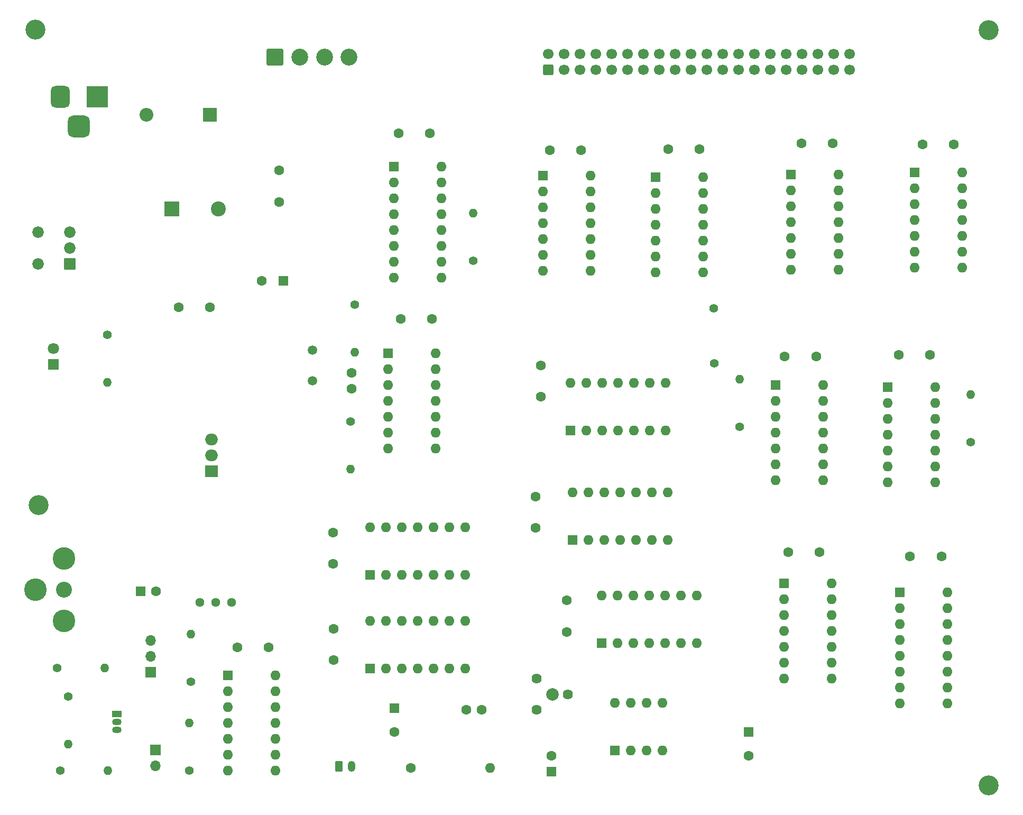
<source format=gbr>
%TF.GenerationSoftware,KiCad,Pcbnew,(6.0.5)*%
%TF.CreationDate,2025-05-16T22:36:31-04:00*%
%TF.ProjectId,full video boardREV2,66756c6c-2076-4696-9465-6f20626f6172,rev?*%
%TF.SameCoordinates,Original*%
%TF.FileFunction,Soldermask,Top*%
%TF.FilePolarity,Negative*%
%FSLAX46Y46*%
G04 Gerber Fmt 4.6, Leading zero omitted, Abs format (unit mm)*
G04 Created by KiCad (PCBNEW (6.0.5)) date 2025-05-16 22:36:31*
%MOMM*%
%LPD*%
G01*
G04 APERTURE LIST*
G04 Aperture macros list*
%AMRoundRect*
0 Rectangle with rounded corners*
0 $1 Rounding radius*
0 $2 $3 $4 $5 $6 $7 $8 $9 X,Y pos of 4 corners*
0 Add a 4 corners polygon primitive as box body*
4,1,4,$2,$3,$4,$5,$6,$7,$8,$9,$2,$3,0*
0 Add four circle primitives for the rounded corners*
1,1,$1+$1,$2,$3*
1,1,$1+$1,$4,$5*
1,1,$1+$1,$6,$7*
1,1,$1+$1,$8,$9*
0 Add four rect primitives between the rounded corners*
20,1,$1+$1,$2,$3,$4,$5,0*
20,1,$1+$1,$4,$5,$6,$7,0*
20,1,$1+$1,$6,$7,$8,$9,0*
20,1,$1+$1,$8,$9,$2,$3,0*%
G04 Aperture macros list end*
%ADD10R,1.600000X1.600000*%
%ADD11O,1.600000X1.600000*%
%ADD12C,1.600000*%
%ADD13RoundRect,0.102000X-0.817500X-0.817500X0.817500X-0.817500X0.817500X0.817500X-0.817500X0.817500X0*%
%ADD14C,1.839000*%
%ADD15C,1.400000*%
%ADD16O,1.400000X1.400000*%
%ADD17RoundRect,0.250000X0.600000X-0.600000X0.600000X0.600000X-0.600000X0.600000X-0.600000X-0.600000X0*%
%ADD18C,1.700000*%
%ADD19R,1.800000X1.800000*%
%ADD20C,1.800000*%
%ADD21R,3.500000X3.500000*%
%ADD22RoundRect,0.750000X-0.750000X-1.000000X0.750000X-1.000000X0.750000X1.000000X-0.750000X1.000000X0*%
%ADD23RoundRect,0.875000X-0.875000X-0.875000X0.875000X-0.875000X0.875000X0.875000X-0.875000X0.875000X0*%
%ADD24R,2.200000X2.200000*%
%ADD25O,2.200000X2.200000*%
%ADD26C,3.200000*%
%ADD27R,1.700000X1.700000*%
%ADD28O,1.700000X1.700000*%
%ADD29C,1.500000*%
%ADD30R,2.000000X1.905000*%
%ADD31O,2.000000X1.905000*%
%ADD32RoundRect,0.250000X-0.350000X-0.625000X0.350000X-0.625000X0.350000X0.625000X-0.350000X0.625000X0*%
%ADD33O,1.200000X1.750000*%
%ADD34C,3.616000*%
%ADD35C,2.550000*%
%ADD36C,2.000000*%
%ADD37C,1.620000*%
%ADD38R,2.400000X2.400000*%
%ADD39C,2.400000*%
%ADD40RoundRect,0.250001X-1.099999X-1.099999X1.099999X-1.099999X1.099999X1.099999X-1.099999X1.099999X0*%
%ADD41C,2.700000*%
%ADD42R,1.500000X1.050000*%
%ADD43O,1.500000X1.050000*%
%ADD44C,1.440000*%
G04 APERTURE END LIST*
D10*
%TO.C,U10*%
X274126800Y-182310800D03*
D11*
X274126800Y-184850800D03*
X274126800Y-187390800D03*
X274126800Y-189930800D03*
X274126800Y-192470800D03*
X274126800Y-195010800D03*
X274126800Y-197550800D03*
X274126800Y-200090800D03*
X281746800Y-200090800D03*
X281746800Y-197550800D03*
X281746800Y-195010800D03*
X281746800Y-192470800D03*
X281746800Y-189930800D03*
X281746800Y-187390800D03*
X281746800Y-184850800D03*
X281746800Y-182310800D03*
%TD*%
D10*
%TO.C,U7*%
X193151600Y-114162600D03*
D11*
X193151600Y-116702600D03*
X193151600Y-119242600D03*
X193151600Y-121782600D03*
X193151600Y-124322600D03*
X193151600Y-126862600D03*
X193151600Y-129402600D03*
X193151600Y-131942600D03*
X200771600Y-131942600D03*
X200771600Y-129402600D03*
X200771600Y-126862600D03*
X200771600Y-124322600D03*
X200771600Y-121782600D03*
X200771600Y-119242600D03*
X200771600Y-116702600D03*
X200771600Y-114162600D03*
%TD*%
D12*
%TO.C,C18*%
X277814400Y-110617000D03*
X282814400Y-110617000D03*
%TD*%
%TO.C,C14*%
X223099000Y-111531400D03*
X218099000Y-111531400D03*
%TD*%
%TO.C,C13*%
X186385200Y-149682200D03*
X186385200Y-147182200D03*
%TD*%
D13*
%TO.C,S1*%
X141227750Y-129717800D03*
D14*
X141227750Y-127177800D03*
X141227750Y-124637800D03*
X136147750Y-129717800D03*
X136147750Y-124637800D03*
%TD*%
D15*
%TO.C,R8*%
X140970000Y-199034400D03*
D16*
X140970000Y-206654400D03*
%TD*%
D17*
%TO.C,J4*%
X217855800Y-98644100D03*
D18*
X217855800Y-96104100D03*
X220395800Y-98644100D03*
X220395800Y-96104100D03*
X222935800Y-98644100D03*
X222935800Y-96104100D03*
X225475800Y-98644100D03*
X225475800Y-96104100D03*
X228015800Y-98644100D03*
X228015800Y-96104100D03*
X230555800Y-98644100D03*
X230555800Y-96104100D03*
X233095800Y-98644100D03*
X233095800Y-96104100D03*
X235635800Y-98644100D03*
X235635800Y-96104100D03*
X238175800Y-98644100D03*
X238175800Y-96104100D03*
X240715800Y-98644100D03*
X240715800Y-96104100D03*
X243255800Y-98644100D03*
X243255800Y-96104100D03*
X245795800Y-98644100D03*
X245795800Y-96104100D03*
X248335800Y-98644100D03*
X248335800Y-96104100D03*
X250875800Y-98644100D03*
X250875800Y-96104100D03*
X253415800Y-98644100D03*
X253415800Y-96104100D03*
X255955800Y-98644100D03*
X255955800Y-96104100D03*
X258495800Y-98644100D03*
X258495800Y-96104100D03*
X261035800Y-98644100D03*
X261035800Y-96104100D03*
X263575800Y-98644100D03*
X263575800Y-96104100D03*
X266115800Y-98644100D03*
X266115800Y-96104100D03*
%TD*%
D19*
%TO.C,D2*%
X138607800Y-145826400D03*
D20*
X138607800Y-143286400D03*
%TD*%
D21*
%TO.C,J3*%
X145674600Y-103030100D03*
D22*
X139674600Y-103030100D03*
D23*
X142674600Y-107730100D03*
%TD*%
D24*
%TO.C,D1*%
X163677600Y-105892600D03*
D25*
X153517600Y-105892600D03*
%TD*%
D10*
%TO.C,C25*%
X175439451Y-132410200D03*
D12*
X171939451Y-132410200D03*
%TD*%
D15*
%TO.C,R6*%
X139725400Y-210845400D03*
D16*
X147345400Y-210845400D03*
%TD*%
D12*
%TO.C,C10*%
X194197600Y-138531600D03*
X199197600Y-138531600D03*
%TD*%
D10*
%TO.C,U5*%
X272247200Y-149448600D03*
D11*
X272247200Y-151988600D03*
X272247200Y-154528600D03*
X272247200Y-157068600D03*
X272247200Y-159608600D03*
X272247200Y-162148600D03*
X272247200Y-164688600D03*
X279867200Y-164688600D03*
X279867200Y-162148600D03*
X279867200Y-159608600D03*
X279867200Y-157068600D03*
X279867200Y-154528600D03*
X279867200Y-151988600D03*
X279867200Y-149448600D03*
%TD*%
D12*
%TO.C,C9*%
X193918200Y-108864400D03*
X198918200Y-108864400D03*
%TD*%
D15*
%TO.C,R7*%
X139192000Y-194437000D03*
D16*
X146812000Y-194437000D03*
%TD*%
D26*
%TO.C,REF\u002A\u002A*%
X136194800Y-168325800D03*
%TD*%
D10*
%TO.C,C17*%
X152563821Y-182143400D03*
D12*
X155063821Y-182143400D03*
%TD*%
D26*
%TO.C,REF\u002A\u002A*%
X135737600Y-92202000D03*
%TD*%
D15*
%TO.C,R12*%
X147269200Y-141071600D03*
D16*
X147269200Y-148691600D03*
%TD*%
D12*
%TO.C,C8*%
X260741800Y-144526000D03*
X255741800Y-144526000D03*
%TD*%
D27*
%TO.C,JP1*%
X154965400Y-207543400D03*
D28*
X154965400Y-210083400D03*
%TD*%
D10*
%TO.C,C24*%
X193217800Y-200838549D03*
D12*
X193217800Y-204638549D03*
%TD*%
D15*
%TO.C,R4*%
X205867000Y-129235200D03*
D16*
X205867000Y-121615200D03*
%TD*%
D12*
%TO.C,C6*%
X215823800Y-171994200D03*
X215823800Y-166994200D03*
%TD*%
D15*
%TO.C,R9*%
X160578800Y-196646800D03*
D16*
X160578800Y-189026800D03*
%TD*%
D15*
%TO.C,R10*%
X160350200Y-210870800D03*
D16*
X160350200Y-203250800D03*
%TD*%
D10*
%TO.C,U1*%
X226436000Y-190413800D03*
D11*
X228976000Y-190413800D03*
X231516000Y-190413800D03*
X234056000Y-190413800D03*
X236596000Y-190413800D03*
X239136000Y-190413800D03*
X241676000Y-190413800D03*
X241676000Y-182793800D03*
X239136000Y-182793800D03*
X236596000Y-182793800D03*
X234056000Y-182793800D03*
X231516000Y-182793800D03*
X228976000Y-182793800D03*
X226436000Y-182793800D03*
%TD*%
D15*
%TO.C,R1*%
X186842400Y-136245600D03*
D16*
X186842400Y-143865600D03*
%TD*%
D29*
%TO.C,Y1*%
X180060600Y-143523800D03*
X180060600Y-148423800D03*
%TD*%
D10*
%TO.C,U15*%
X256753200Y-115463400D03*
D11*
X256753200Y-118003400D03*
X256753200Y-120543400D03*
X256753200Y-123083400D03*
X256753200Y-125623400D03*
X256753200Y-128163400D03*
X256753200Y-130703400D03*
X264373200Y-130703400D03*
X264373200Y-128163400D03*
X264373200Y-125623400D03*
X264373200Y-123083400D03*
X264373200Y-120543400D03*
X264373200Y-118003400D03*
X264373200Y-115463400D03*
%TD*%
D12*
%TO.C,C5*%
X256300600Y-175920400D03*
X261300600Y-175920400D03*
%TD*%
D10*
%TO.C,C21*%
X249910600Y-204673949D03*
D12*
X249910600Y-208473949D03*
%TD*%
D30*
%TO.C,U18*%
X163957000Y-162941000D03*
D31*
X163957000Y-160401000D03*
X163957000Y-157861000D03*
%TD*%
D32*
%TO.C,J5*%
X184318400Y-210168400D03*
D33*
X186318400Y-210168400D03*
%TD*%
D12*
%TO.C,C7*%
X216687400Y-145988400D03*
X216687400Y-150988400D03*
%TD*%
%TO.C,C15*%
X237098200Y-111353600D03*
X242098200Y-111353600D03*
%TD*%
%TO.C,C1*%
X278979000Y-144272000D03*
X273979000Y-144272000D03*
%TD*%
D15*
%TO.C,R3*%
X186182000Y-154965400D03*
D16*
X186182000Y-162585400D03*
%TD*%
D10*
%TO.C,U13*%
X216976800Y-115615800D03*
D11*
X216976800Y-118155800D03*
X216976800Y-120695800D03*
X216976800Y-123235800D03*
X216976800Y-125775800D03*
X216976800Y-128315800D03*
X216976800Y-130855800D03*
X224596800Y-130855800D03*
X224596800Y-128315800D03*
X224596800Y-125775800D03*
X224596800Y-123235800D03*
X224596800Y-120695800D03*
X224596800Y-118155800D03*
X224596800Y-115615800D03*
%TD*%
D34*
%TO.C,J1*%
X140265200Y-176914800D03*
X140265200Y-186914800D03*
X135765200Y-181914800D03*
D35*
X140265200Y-181914800D03*
%TD*%
D15*
%TO.C,REF\u002A\u002A*%
X244373400Y-136829800D03*
%TD*%
D10*
%TO.C,U6*%
X254264000Y-149118400D03*
D11*
X254264000Y-151658400D03*
X254264000Y-154198400D03*
X254264000Y-156738400D03*
X254264000Y-159278400D03*
X254264000Y-161818400D03*
X254264000Y-164358400D03*
X261884000Y-164358400D03*
X261884000Y-161818400D03*
X261884000Y-159278400D03*
X261884000Y-156738400D03*
X261884000Y-154198400D03*
X261884000Y-151658400D03*
X261884000Y-149118400D03*
%TD*%
D10*
%TO.C,U14*%
X235010800Y-115895200D03*
D11*
X235010800Y-118435200D03*
X235010800Y-120975200D03*
X235010800Y-123515200D03*
X235010800Y-126055200D03*
X235010800Y-128595200D03*
X235010800Y-131135200D03*
X242630800Y-131135200D03*
X242630800Y-128595200D03*
X242630800Y-126055200D03*
X242630800Y-123515200D03*
X242630800Y-120975200D03*
X242630800Y-118435200D03*
X242630800Y-115895200D03*
%TD*%
D15*
%TO.C,R2*%
X248539000Y-155778200D03*
D16*
X248539000Y-148158200D03*
%TD*%
D10*
%TO.C,U17*%
X228483000Y-207660400D03*
D11*
X231023000Y-207660400D03*
X233563000Y-207660400D03*
X236103000Y-207660400D03*
X236103000Y-200040400D03*
X233563000Y-200040400D03*
X231023000Y-200040400D03*
X228483000Y-200040400D03*
%TD*%
D12*
%TO.C,R11*%
X195834000Y-210439000D03*
D11*
X208534000Y-210439000D03*
%TD*%
D12*
%TO.C,C16*%
X258419600Y-110439200D03*
X263419600Y-110439200D03*
%TD*%
%TO.C,C2*%
X183438800Y-188127000D03*
X183438800Y-193127000D03*
%TD*%
D10*
%TO.C,U2*%
X255610200Y-180919200D03*
D11*
X255610200Y-183459200D03*
X255610200Y-185999200D03*
X255610200Y-188539200D03*
X255610200Y-191079200D03*
X255610200Y-193619200D03*
X255610200Y-196159200D03*
X263230200Y-196159200D03*
X263230200Y-193619200D03*
X263230200Y-191079200D03*
X263230200Y-188539200D03*
X263230200Y-185999200D03*
X263230200Y-183459200D03*
X263230200Y-180919200D03*
%TD*%
D10*
%TO.C,C22*%
X218338400Y-211011780D03*
D12*
X218338400Y-208511780D03*
%TD*%
D10*
%TO.C,U3*%
X221787800Y-173980000D03*
D11*
X224327800Y-173980000D03*
X226867800Y-173980000D03*
X229407800Y-173980000D03*
X231947800Y-173980000D03*
X234487800Y-173980000D03*
X237027800Y-173980000D03*
X237027800Y-166360000D03*
X234487800Y-166360000D03*
X231947800Y-166360000D03*
X229407800Y-166360000D03*
X226867800Y-166360000D03*
X224327800Y-166360000D03*
X221787800Y-166360000D03*
%TD*%
D12*
%TO.C,C12*%
X220776800Y-183631200D03*
X220776800Y-188631200D03*
%TD*%
%TO.C,C23*%
X204693200Y-201117200D03*
X207193200Y-201117200D03*
%TD*%
D36*
%TO.C,RV2*%
X218490800Y-198653400D03*
D37*
X215990800Y-201153400D03*
X220990800Y-198653400D03*
X215990800Y-196153400D03*
%TD*%
D38*
%TO.C,C19*%
X157548646Y-120954800D03*
D39*
X165048646Y-120954800D03*
%TD*%
D12*
%TO.C,C3*%
X275807800Y-176555400D03*
X280807800Y-176555400D03*
%TD*%
%TO.C,C4*%
X183413400Y-172785400D03*
X183413400Y-177785400D03*
%TD*%
D10*
%TO.C,U4*%
X221406800Y-156428600D03*
D11*
X223946800Y-156428600D03*
X226486800Y-156428600D03*
X229026800Y-156428600D03*
X231566800Y-156428600D03*
X234106800Y-156428600D03*
X236646800Y-156428600D03*
X236646800Y-148808600D03*
X234106800Y-148808600D03*
X231566800Y-148808600D03*
X229026800Y-148808600D03*
X226486800Y-148808600D03*
X223946800Y-148808600D03*
X221406800Y-148808600D03*
%TD*%
D26*
%TO.C,REF\u002A\u002A*%
X288340800Y-213258400D03*
%TD*%
D40*
%TO.C,J2*%
X174089100Y-96655800D03*
D41*
X178049100Y-96655800D03*
X182009100Y-96655800D03*
X185969100Y-96655800D03*
%TD*%
D42*
%TO.C,Q1*%
X148763400Y-201777600D03*
D43*
X148763400Y-203047600D03*
X148763400Y-204317600D03*
%TD*%
D12*
%TO.C,C20*%
X158663000Y-136702800D03*
X163663000Y-136702800D03*
%TD*%
D10*
%TO.C,U9*%
X166583200Y-195625800D03*
D11*
X166583200Y-198165800D03*
X166583200Y-200705800D03*
X166583200Y-203245800D03*
X166583200Y-205785800D03*
X166583200Y-208325800D03*
X166583200Y-210865800D03*
X174203200Y-210865800D03*
X174203200Y-208325800D03*
X174203200Y-205785800D03*
X174203200Y-203245800D03*
X174203200Y-200705800D03*
X174203200Y-198165800D03*
X174203200Y-195625800D03*
%TD*%
D10*
%TO.C,U11*%
X192237200Y-144038400D03*
D11*
X192237200Y-146578400D03*
X192237200Y-149118400D03*
X192237200Y-151658400D03*
X192237200Y-154198400D03*
X192237200Y-156738400D03*
X192237200Y-159278400D03*
X199857200Y-159278400D03*
X199857200Y-156738400D03*
X199857200Y-154198400D03*
X199857200Y-151658400D03*
X199857200Y-149118400D03*
X199857200Y-146578400D03*
X199857200Y-144038400D03*
%TD*%
D44*
%TO.C,RV1*%
X167106600Y-183896000D03*
X164566600Y-183896000D03*
X162026600Y-183896000D03*
%TD*%
D26*
%TO.C,REF\u002A\u002A*%
X288391600Y-92329000D03*
%TD*%
D10*
%TO.C,U16*%
X276514400Y-115107800D03*
D11*
X276514400Y-117647800D03*
X276514400Y-120187800D03*
X276514400Y-122727800D03*
X276514400Y-125267800D03*
X276514400Y-127807800D03*
X276514400Y-130347800D03*
X284134400Y-130347800D03*
X284134400Y-127807800D03*
X284134400Y-125267800D03*
X284134400Y-122727800D03*
X284134400Y-120187800D03*
X284134400Y-117647800D03*
X284134400Y-115107800D03*
%TD*%
D10*
%TO.C,U8*%
X189326600Y-179568000D03*
D11*
X191866600Y-179568000D03*
X194406600Y-179568000D03*
X196946600Y-179568000D03*
X199486600Y-179568000D03*
X202026600Y-179568000D03*
X204566600Y-179568000D03*
X204566600Y-171948000D03*
X202026600Y-171948000D03*
X199486600Y-171948000D03*
X196946600Y-171948000D03*
X194406600Y-171948000D03*
X191866600Y-171948000D03*
X189326600Y-171948000D03*
%TD*%
D15*
%TO.C,REF\u002A\u002A*%
X244424200Y-145669000D03*
%TD*%
D12*
%TO.C,C26*%
X174777400Y-114797200D03*
X174777400Y-119797200D03*
%TD*%
%TO.C,C11*%
X173061000Y-191160400D03*
X168061000Y-191160400D03*
%TD*%
D15*
%TO.C,R5*%
X285496000Y-158242000D03*
D16*
X285496000Y-150622000D03*
%TD*%
D10*
%TO.C,U12*%
X189326600Y-194477800D03*
D11*
X191866600Y-194477800D03*
X194406600Y-194477800D03*
X196946600Y-194477800D03*
X199486600Y-194477800D03*
X202026600Y-194477800D03*
X204566600Y-194477800D03*
X204566600Y-186857800D03*
X202026600Y-186857800D03*
X199486600Y-186857800D03*
X196946600Y-186857800D03*
X194406600Y-186857800D03*
X191866600Y-186857800D03*
X189326600Y-186857800D03*
%TD*%
D27*
%TO.C,JP2*%
X154152600Y-195122800D03*
D28*
X154152600Y-192582800D03*
X154152600Y-190042800D03*
%TD*%
M02*

</source>
